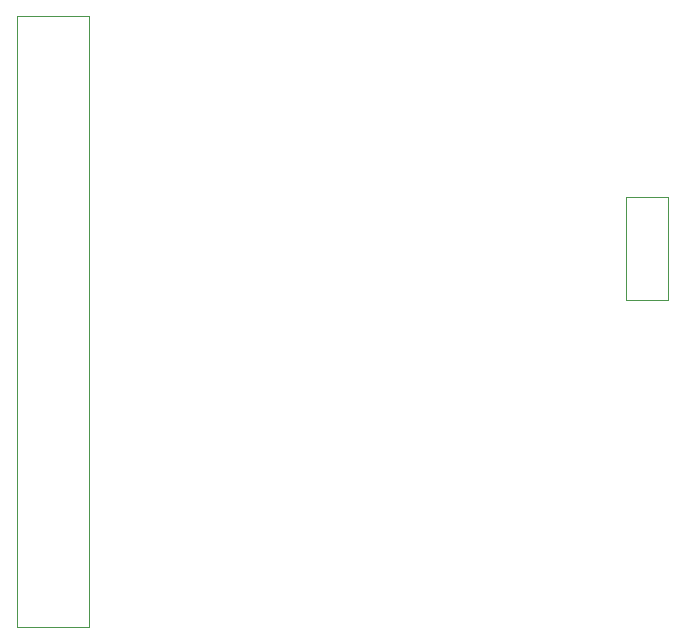
<source format=gbr>
G04 #@! TF.GenerationSoftware,KiCad,Pcbnew,8.0.5*
G04 #@! TF.CreationDate,2024-10-14T11:26:22+05:00*
G04 #@! TF.ProjectId,2floor_for_orange_pi,32666c6f-6f72-45f6-966f-725f6f72616e,rev?*
G04 #@! TF.SameCoordinates,Original*
G04 #@! TF.FileFunction,Other,User*
%FSLAX46Y46*%
G04 Gerber Fmt 4.6, Leading zero omitted, Abs format (unit mm)*
G04 Created by KiCad (PCBNEW 8.0.5) date 2024-10-14 11:26:22*
%MOMM*%
%LPD*%
G01*
G04 APERTURE LIST*
%ADD10C,0.050000*%
G04 APERTURE END LIST*
D10*
G04 #@! TO.C,J8*
X72700000Y-37520000D02*
X76250000Y-37520000D01*
X72700000Y-46170000D02*
X72700000Y-37520000D01*
X76250000Y-37520000D02*
X76250000Y-46170000D01*
X76250000Y-46170000D02*
X72700000Y-46170000D01*
G04 #@! TO.C,J1*
X21090000Y-22130000D02*
X27190000Y-22130000D01*
X21090000Y-73930000D02*
X21090000Y-22130000D01*
X27190000Y-22130000D02*
X27190000Y-73930000D01*
X27190000Y-73930000D02*
X21090000Y-73930000D01*
G04 #@! TD*
M02*

</source>
